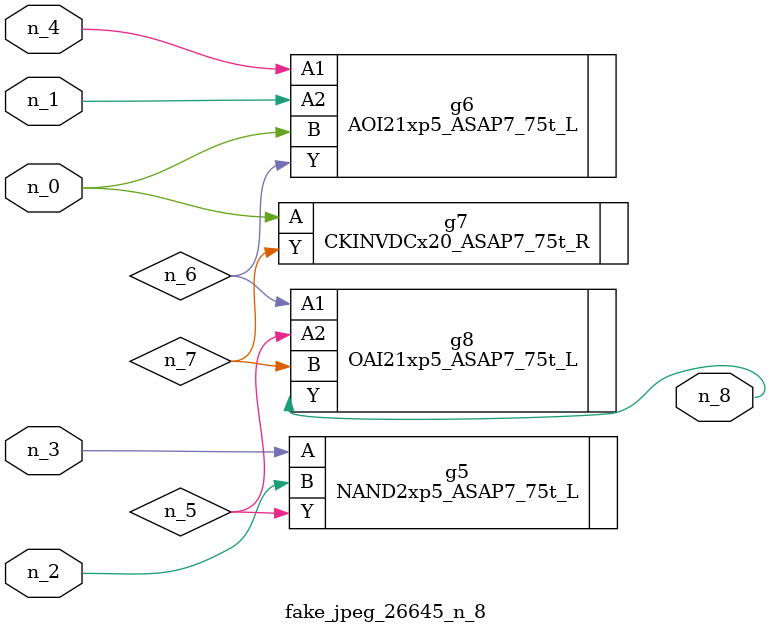
<source format=v>
module fake_jpeg_26645_n_8 (n_3, n_2, n_1, n_0, n_4, n_8);

input n_3;
input n_2;
input n_1;
input n_0;
input n_4;

output n_8;

wire n_6;
wire n_5;
wire n_7;

NAND2xp5_ASAP7_75t_L g5 ( 
.A(n_3),
.B(n_2),
.Y(n_5)
);

AOI21xp5_ASAP7_75t_L g6 ( 
.A1(n_4),
.A2(n_1),
.B(n_0),
.Y(n_6)
);

CKINVDCx20_ASAP7_75t_R g7 ( 
.A(n_0),
.Y(n_7)
);

OAI21xp5_ASAP7_75t_L g8 ( 
.A1(n_6),
.A2(n_5),
.B(n_7),
.Y(n_8)
);


endmodule
</source>
